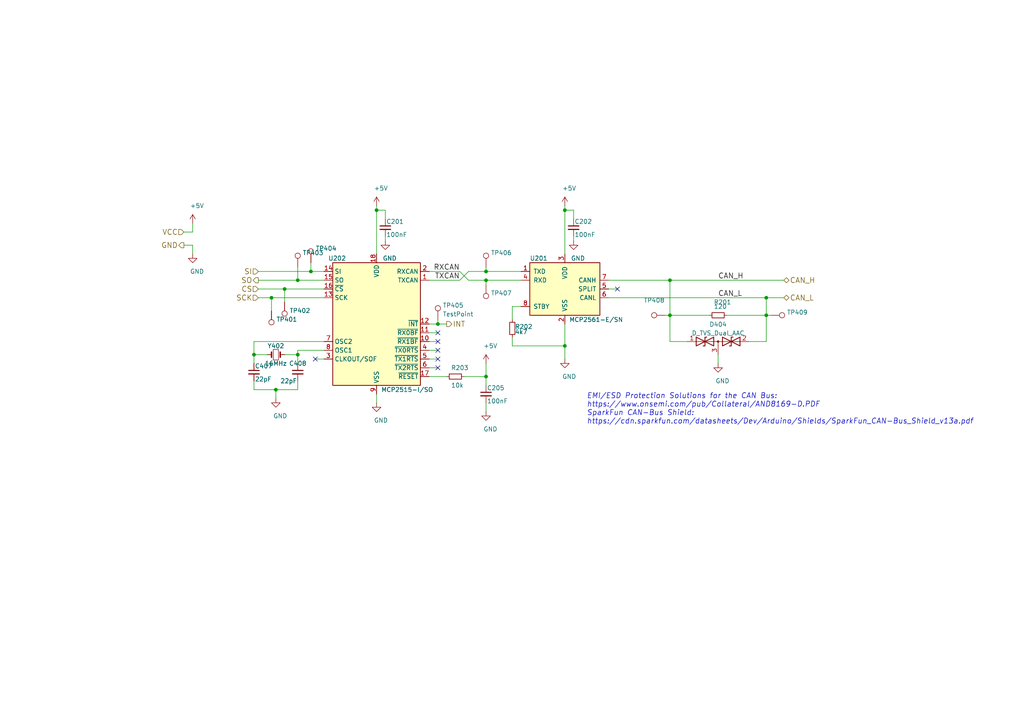
<source format=kicad_sch>
(kicad_sch (version 20211123) (generator eeschema)
  (paper "A4")
  (lib_symbols
    (symbol "Connector:TestPoint" (pin_numbers hide) (pin_names (offset 0.762) hide)
      (property "Reference" "TP" (at 0 6.858 0))
      (property "Value" "TestPoint" (at 0 5.08 0))
      (symbol "TestPoint_0_1"
        (circle (center 0 3.302) (radius 0.762))
      )
      (symbol "TestPoint_1_1"
        (pin passive line (at 0 0 90) (length 2.54) (name "1") (number "1"))
      )
    )
    (symbol "Device:C_Small" (pin_numbers hide) (pin_names (offset 0.254) hide)
      (property "Reference" "C" (at 0.254 1.778 0))
      (property "Value" "C_Small" (at 0.254 -2.032 0))
      (symbol "C_Small_0_1"
        (polyline (pts (xy -1.524 -0.508) (xy 1.524 -0.508)) (stroke (width 0.3302)))
        (polyline (pts (xy -1.524 0.508) (xy 1.524 0.508)) (stroke (width 0.3048)))
      )
      (symbol "C_Small_1_1"
        (pin passive line (at 0 2.54 270) (length 2.032) (name "~") (number "1"))
        (pin passive line (at 0 -2.54 90) (length 2.032) (name "~") (number "2"))
      )
    )
    (symbol "Device:Crystal_Small" (pin_numbers hide) (pin_names (offset 1.016) hide)
      (property "Reference" "Y" (at 0 2.54 0))
      (property "Value" "Crystal_Small" (at 0 -2.54 0))
      (symbol "Crystal_Small_0_1"
        (rectangle (start -0.762 -1.524) (end 0.762 1.524))
        (polyline (pts (xy -1.27 -0.762) (xy -1.27 0.762)) (stroke (width 0.381)))
        (polyline (pts (xy 1.27 -0.762) (xy 1.27 0.762)) (stroke (width 0.381)))
      )
      (symbol "Crystal_Small_1_1"
        (pin passive line (at -2.54 0 0) (length 1.27) (name "1") (number "1"))
        (pin passive line (at 2.54 0 180) (length 1.27) (name "2") (number "2"))
      )
    )
    (symbol "Device:D_TVS_Dual_AAC" (pin_names (offset 1.016) hide)
      (property "Reference" "D" (at 0 4.445 0))
      (property "Value" "D_TVS_Dual_AAC" (at 0 2.54 0))
      (symbol "D_TVS_Dual_AAC_0_0"
        (polyline (pts (xy 0 -1.27) (xy 0 0)))
      )
      (symbol "D_TVS_Dual_AAC_0_1"
        (polyline (pts (xy -6.35 0) (xy 6.35 0)))
        (polyline (pts (xy -3.302 1.27) (xy -3.81 1.27) (xy -3.81 -1.27) (xy -4.318 -1.27)) (stroke (width 0.254)))
        (polyline (pts (xy 4.318 1.27) (xy 3.81 1.27) (xy 3.81 -1.27) (xy 3.302 -1.27)) (stroke (width 0.254)))
        (polyline (pts (xy -6.35 1.27) (xy -1.27 -1.27) (xy -1.27 1.27) (xy -6.35 -1.27) (xy -6.35 1.27)) (stroke (width 0.254)))
        (polyline (pts (xy 6.35 1.27) (xy 1.27 -1.27) (xy 1.27 1.27) (xy 6.35 -1.27) (xy 6.35 1.27)) (stroke (width 0.254)))
        (circle (center 0 0) (radius 0.254) (fill (type outline)))
      )
      (symbol "D_TVS_Dual_AAC_1_1"
        (pin passive line (at -8.89 0 0) (length 2.54) (name "A1") (number "1"))
        (pin passive line (at 8.89 0 180) (length 2.54) (name "A2") (number "2"))
        (pin input line (at 0 -3.81 90) (length 2.54) (name "common") (number "3"))
      )
    )
    (symbol "Device:R_Small" (pin_numbers hide) (pin_names (offset 0.254) hide)
      (property "Reference" "R" (at 0.762 0.508 0))
      (property "Value" "R_Small" (at 0.762 -1.016 0))
      (symbol "R_Small_0_1"
        (rectangle (start -0.762 1.778) (end 0.762 -1.778) (stroke (width 0.2032)))
      )
      (symbol "R_Small_1_1"
        (pin passive line (at 0 2.54 270) (length 0.762) (name "~") (number "1"))
        (pin passive line (at 0 -2.54 90) (length 0.762) (name "~") (number "2"))
      )
    )
    (symbol "Interface_CAN_LIN:MCP2561-E-SN" (pin_names (offset 1.016))
      (property "Reference" "U" (at -10.16 8.89 0))
      (property "Value" "MCP2561-E-SN" (at 2.54 8.89 0))
      (symbol "MCP2561-E-SN_0_1"
        (rectangle (start -10.16 7.62) (end 10.16 -7.62) (stroke (width 0.254)) (fill (type background)))
      )
      (symbol "MCP2561-E-SN_1_1"
        (pin input line (at -12.7 5.08 0) (length 2.54) (name "TXD") (number "1"))
        (pin power_in line (at 0 -10.16 90) (length 2.54) (name "VSS") (number "2"))
        (pin power_in line (at 0 10.16 270) (length 2.54) (name "VDD") (number "3"))
        (pin output line (at -12.7 2.54 0) (length 2.54) (name "RXD") (number "4"))
        (pin passive line (at 12.7 0 180) (length 2.54) (name "SPLIT") (number "5"))
        (pin bidirectional line (at 12.7 -2.54 180) (length 2.54) (name "CANL") (number "6"))
        (pin bidirectional line (at 12.7 2.54 180) (length 2.54) (name "CANH") (number "7"))
        (pin input line (at -12.7 -5.08 0) (length 2.54) (name "STBY") (number "8"))
      )
    )
    (symbol "basicsensormodule-rescue:MCP2515-xSO-Interface_CAN_LIN"
      (property "Reference" "U" (at -10.16 19.685 0))
      (property "Value" "MCP2515-xSO-Interface_CAN_LIN" (at 19.05 20.32 0))
      (symbol "MCP2515-xSO-Interface_CAN_LIN_0_1"
        (rectangle (start -12.7 17.78) (end 12.7 -17.78) (stroke (width 0.254)) (fill (type background)))
      )
      (symbol "MCP2515-xSO-Interface_CAN_LIN_1_1"
        (pin output line (at 15.24 12.7 180) (length 2.54) (name "TXCAN") (number "1"))
        (pin output line (at 15.24 -5.08 180) (length 2.54) (name "~{RX1BF}") (number "10"))
        (pin output line (at 15.24 -2.54 180) (length 2.54) (name "~{RX0BF}") (number "11"))
        (pin output line (at 15.24 0 180) (length 2.54) (name "~{INT}") (number "12"))
        (pin input line (at -15.24 7.62 0) (length 2.54) (name "SCK") (number "13"))
        (pin input line (at -15.24 15.24 0) (length 2.54) (name "SI") (number "14"))
        (pin output line (at -15.24 12.7 0) (length 2.54) (name "SO") (number "15"))
        (pin input line (at -15.24 10.16 0) (length 2.54) (name "~{CS}") (number "16"))
        (pin input line (at 15.24 -15.24 180) (length 2.54) (name "~{RESET}") (number "17"))
        (pin power_in line (at 0 20.32 270) (length 2.54) (name "VDD") (number "18"))
        (pin input line (at 15.24 15.24 180) (length 2.54) (name "RXCAN") (number "2"))
        (pin output line (at -15.24 -10.16 0) (length 2.54) (name "CLKOUT/SOF") (number "3"))
        (pin input line (at 15.24 -7.62 180) (length 2.54) (name "~{TX0RTS}") (number "4"))
        (pin input line (at 15.24 -10.16 180) (length 2.54) (name "~{TX1RTS}") (number "5"))
        (pin input line (at 15.24 -12.7 180) (length 2.54) (name "~{TX2RTS}") (number "6"))
        (pin output line (at -15.24 -5.08 0) (length 2.54) (name "OSC2") (number "7"))
        (pin input line (at -15.24 -7.62 0) (length 2.54) (name "OSC1") (number "8"))
        (pin power_in line (at 0 -20.32 90) (length 2.54) (name "VSS") (number "9"))
      )
    )
    (symbol "power:+5V" (power) (pin_names (offset 0))
      (property "Value" "+5V" (at 0 3.556 0))
      (symbol "+5V_0_1"
        (polyline (pts (xy -0.762 1.27) (xy 0 2.54)))
        (polyline (pts (xy 0 0) (xy 0 2.54)))
        (polyline (pts (xy 0 2.54) (xy 0.762 1.27)))
      )
      (symbol "+5V_1_1"
        (pin power_in line (at 0 0 90) (length 0) hide (name "+5V") (number "1"))
      )
    )
    (symbol "power:GND" (power) (pin_names (offset 0))
      (property "Value" "GND" (at 0 -3.81 0))
      (symbol "GND_0_1"
        (polyline (pts (xy 0 0) (xy 0 -1.27) (xy 1.27 -1.27) (xy 0 -2.54) (xy -1.27 -1.27) (xy 0 -1.27)))
      )
      (symbol "GND_1_1"
        (pin power_in line (at 0 0 270) (length 0) hide (name "GND") (number "1"))
      )
    )
  )
  (junction (at 127 93.98))
  (junction (at 86.36 81.28))
  (junction (at 86.36 102.87))
  (junction (at 82.55 83.82))
  (junction (at 194.31 91.44))
  (junction (at 140.97 109.22))
  (junction (at 163.83 100.33))
  (junction (at 140.97 81.28))
  (junction (at 109.22 60.96))
  (junction (at 222.25 91.44))
  (junction (at 78.74 86.36))
  (junction (at 140.97 78.74))
  (junction (at 163.83 60.96))
  (junction (at 222.25 86.36))
  (junction (at 73.66 102.87))
  (junction (at 90.17 78.74))
  (junction (at 80.01 113.03))
  (junction (at 194.31 81.28))
  (no_connect (at 127 104.14))
  (no_connect (at 127 99.06))
  (no_connect (at 127 96.52))
  (no_connect (at 179.07 83.82))
  (no_connect (at 127 101.6))
  (no_connect (at 91.44 104.14))
  (no_connect (at 127 106.68))
  (wire (pts (xy 135.89 81.28) (xy 140.97 81.28)))
  (wire (pts (xy 133.35 78.74) (xy 135.89 81.28)))
  (wire (pts (xy 163.83 93.98) (xy 163.83 100.33)))
  (wire (pts (xy 133.35 81.28) (xy 135.89 78.74)))
  (wire (pts (xy 86.36 81.28) (xy 86.36 77.47)))
  (wire (pts (xy 74.93 78.74) (xy 90.17 78.74)))
  (wire (pts (xy 111.76 68.58) (xy 111.76 69.85)))
  (wire (pts (xy 217.17 99.06) (xy 222.25 99.06)))
  (wire (pts (xy 194.31 91.44) (xy 205.74 91.44)))
  (wire (pts (xy 140.97 105.41) (xy 140.97 109.22)))
  (wire (pts (xy 90.17 78.74) (xy 93.98 78.74)))
  (wire (pts (xy 222.25 86.36) (xy 227.33 86.36)))
  (wire (pts (xy 124.46 109.22) (xy 129.54 109.22)))
  (wire (pts (xy 111.76 63.5) (xy 111.76 60.96)))
  (wire (pts (xy 208.28 102.87) (xy 208.28 105.41)))
  (wire (pts (xy 127 104.14) (xy 124.46 104.14)))
  (wire (pts (xy 86.36 101.6) (xy 86.36 102.87)))
  (wire (pts (xy 176.53 86.36) (xy 222.25 86.36)))
  (wire (pts (xy 82.55 87.63) (xy 82.55 83.82)))
  (wire (pts (xy 55.88 71.12) (xy 55.88 73.66)))
  (wire (pts (xy 222.25 91.44) (xy 223.52 91.44)))
  (wire (pts (xy 78.74 86.36) (xy 93.98 86.36)))
  (wire (pts (xy 82.55 83.82) (xy 93.98 83.82)))
  (wire (pts (xy 140.97 78.74) (xy 151.13 78.74)))
  (wire (pts (xy 163.83 60.96) (xy 163.83 73.66)))
  (wire (pts (xy 73.66 99.06) (xy 73.66 102.87)))
  (wire (pts (xy 73.66 113.03) (xy 80.01 113.03)))
  (wire (pts (xy 140.97 109.22) (xy 140.97 111.76)))
  (wire (pts (xy 127 106.68) (xy 124.46 106.68)))
  (wire (pts (xy 127 101.6) (xy 124.46 101.6)))
  (wire (pts (xy 55.88 64.77) (xy 55.88 67.31)))
  (wire (pts (xy 73.66 102.87) (xy 73.66 105.41)))
  (wire (pts (xy 140.97 116.84) (xy 140.97 119.38)))
  (wire (pts (xy 109.22 59.69) (xy 109.22 60.96)))
  (wire (pts (xy 194.31 99.06) (xy 194.31 91.44)))
  (wire (pts (xy 86.36 81.28) (xy 93.98 81.28)))
  (wire (pts (xy 163.83 100.33) (xy 163.83 104.14)))
  (wire (pts (xy 74.93 83.82) (xy 82.55 83.82)))
  (wire (pts (xy 166.37 68.58) (xy 166.37 69.85)))
  (wire (pts (xy 124.46 81.28) (xy 133.35 81.28)))
  (wire (pts (xy 194.31 81.28) (xy 194.31 91.44)))
  (wire (pts (xy 222.25 99.06) (xy 222.25 91.44)))
  (wire (pts (xy 140.97 81.28) (xy 151.13 81.28)))
  (wire (pts (xy 73.66 113.03) (xy 73.66 110.49)))
  (wire (pts (xy 148.59 97.79) (xy 148.59 100.33)))
  (wire (pts (xy 148.59 100.33) (xy 163.83 100.33)))
  (wire (pts (xy 166.37 63.5) (xy 166.37 60.96)))
  (wire (pts (xy 86.36 113.03) (xy 86.36 110.49)))
  (wire (pts (xy 140.97 109.22) (xy 134.62 109.22)))
  (wire (pts (xy 77.47 102.87) (xy 73.66 102.87)))
  (wire (pts (xy 179.07 83.82) (xy 176.53 83.82)))
  (wire (pts (xy 55.88 67.31) (xy 53.34 67.31)))
  (wire (pts (xy 222.25 86.36) (xy 222.25 91.44)))
  (wire (pts (xy 74.93 81.28) (xy 86.36 81.28)))
  (wire (pts (xy 90.17 76.2) (xy 90.17 78.74)))
  (wire (pts (xy 124.46 78.74) (xy 133.35 78.74)))
  (wire (pts (xy 193.04 91.44) (xy 194.31 91.44)))
  (wire (pts (xy 74.93 86.36) (xy 78.74 86.36)))
  (wire (pts (xy 135.89 78.74) (xy 140.97 78.74)))
  (wire (pts (xy 86.36 102.87) (xy 86.36 105.41)))
  (wire (pts (xy 148.59 92.71) (xy 148.59 88.9)))
  (wire (pts (xy 78.74 90.17) (xy 78.74 86.36)))
  (wire (pts (xy 124.46 93.98) (xy 127 93.98)))
  (wire (pts (xy 199.39 99.06) (xy 194.31 99.06)))
  (wire (pts (xy 210.82 91.44) (xy 222.25 91.44)))
  (wire (pts (xy 194.31 81.28) (xy 227.33 81.28)))
  (wire (pts (xy 109.22 116.84) (xy 109.22 114.3)))
  (wire (pts (xy 80.01 113.03) (xy 86.36 113.03)))
  (wire (pts (xy 140.97 82.55) (xy 140.97 81.28)))
  (wire (pts (xy 163.83 59.69) (xy 163.83 60.96)))
  (wire (pts (xy 176.53 81.28) (xy 194.31 81.28)))
  (wire (pts (xy 148.59 88.9) (xy 151.13 88.9)))
  (wire (pts (xy 73.66 99.06) (xy 93.98 99.06)))
  (wire (pts (xy 109.22 60.96) (xy 109.22 73.66)))
  (wire (pts (xy 140.97 77.47) (xy 140.97 78.74)))
  (wire (pts (xy 127 99.06) (xy 124.46 99.06)))
  (wire (pts (xy 127 93.98) (xy 129.54 93.98)))
  (wire (pts (xy 163.83 60.96) (xy 166.37 60.96)))
  (wire (pts (xy 86.36 101.6) (xy 93.98 101.6)))
  (wire (pts (xy 127 96.52) (xy 124.46 96.52)))
  (wire (pts (xy 53.34 71.12) (xy 55.88 71.12)))
  (wire (pts (xy 86.36 102.87) (xy 82.55 102.87)))
  (wire (pts (xy 109.22 60.96) (xy 111.76 60.96)))
  (wire (pts (xy 91.44 104.14) (xy 93.98 104.14)))
  (wire (pts (xy 127 92.71) (xy 127 93.98)))
  (wire (pts (xy 80.01 115.57) (xy 80.01 113.03)))
  (text "EMI/ESD Protection Solutions for the CAN Bus: \nhttps://www.onsemi.com/pub/Collateral/AND8169-D.PDF\nSparkFun CAN-Bus Shield:\nhttps://cdn.sparkfun.com/datasheets/Dev/Arduino/Shields/SparkFun_CAN-Bus_Shield_v13a.pdf" (at 170.18 123.19 0) (effects (font (size 1.524 1.524) italic) (justify left bottom)))
  (label "TXCAN" (at 133.35 81.28 180) (effects (font (size 1.524 1.524))))
  (label "CAN_L" (at 208.28 86.36 0) (effects (font (size 1.524 1.524))))
  (label "CAN_H" (at 208.28 81.28 0) (effects (font (size 1.524 1.524))))
  (label "RXCAN" (at 133.35 78.74 180) (effects (font (size 1.524 1.524))))
  (hierarchical_label "CAN_H" (shape bidirectional) (at 227.33 81.28 0) (effects (font (size 1.524 1.524))))
  (hierarchical_label "VCC" (shape input) (at 53.34 67.31 180) (effects (font (size 1.524 1.524))))
  (hierarchical_label "SCK" (shape input) (at 74.93 86.36 180) (effects (font (size 1.524 1.524))))
  (hierarchical_label "INT" (shape output) (at 129.54 93.98 0) (effects (font (size 1.524 1.524))))
  (hierarchical_label "SO" (shape output) (at 74.93 81.28 180) (effects (font (size 1.524 1.524))))
  (hierarchical_label "SI" (shape input) (at 74.93 78.74 180) (effects (font (size 1.524 1.524))))
  (hierarchical_label "CAN_L" (shape bidirectional) (at 227.33 86.36 0) (effects (font (size 1.524 1.524))))
  (hierarchical_label "CS" (shape input) (at 74.93 83.82 180) (effects (font (size 1.524 1.524))))
  (hierarchical_label "GND" (shape output) (at 53.34 71.12 180) (effects (font (size 1.524 1.524))))
  (symbol (lib_id "Interface_CAN_LIN:MCP2561-E-SN") (at 163.83 83.82 0) (unit 1)
    (property "Reference" "U201" (at 153.67 74.93 0) (effects (justify left)))
    (property "Value" "MCP2561-E/SN" (at 165.1 92.71 0) (effects (justify left)))
    (property "Footprint" "Package_SO:SO-8_3.9x4.9mm_P1.27mm" (effects hide))
  )
  (symbol (lib_id "Device:R_Small") (at 132.08 109.22 270) (unit 1)
    (property "Reference" "R203" (at 130.81 106.68 90) (effects (justify left)))
    (property "Value" "10k" (at 130.81 111.76 90) (effects (justify left)))
    (property "Footprint" "Resistor_SMD:R_0805_2012Metric_Pad1.20x1.40mm_HandSolder" (effects hide))
  )
  (symbol (lib_id "Device:R_Small") (at 148.59 95.25 0) (unit 1)
    (property "Reference" "R202" (at 149.352 94.742 0) (effects (justify left)))
    (property "Value" "4k7" (at 149.352 96.266 0) (effects (justify left)))
    (property "Footprint" "Resistor_SMD:R_0805_2012Metric_Pad1.20x1.40mm_HandSolder" (effects hide))
  )
  (symbol (lib_id "Device:R_Small") (at 208.28 91.44 270) (unit 1)
    (property "Reference" "R201" (at 207.01 87.63 90) (effects (justify left)))
    (property "Value" "120" (at 207.01 88.9 90) (effects (justify left)))
    (property "Footprint" "Resistor_SMD:R_0805_2012Metric_Pad1.20x1.40mm_HandSolder" (effects hide))
  )
  (symbol (lib_id "Device:C_Small") (at 111.76 66.04 0) (unit 1)
    (property "Reference" "C201" (at 112.014 64.262 0) (effects (justify left)))
    (property "Value" "100nF" (at 112.014 68.072 0) (effects (justify left)))
    (property "Footprint" "Capacitor_SMD:C_0805_2012Metric_Pad1.18x1.45mm_HandSolder" (effects hide))
  )
  (symbol (lib_id "basicsensormodule-rescue:MCP2515-xSO-Interface_CAN_LIN") (at 109.22 93.98 0) (unit 1)
    (property "Reference" "U202" (at 97.79 74.93 0))
    (property "Value" "MCP2515-I/SO" (at 118.11 113.03 0))
    (property "Footprint" "Package_SO:SOIC-18W_7.5x11.6mm_P1.27mm" (effects hide))
    (property "Datasheet" "http://ww1.microchip.com/downloads/en/DeviceDoc/21801e.pdf" (effects hide))
  )
  (symbol (lib_id "Device:Crystal_Small") (at 80.01 102.87 0) (unit 1)
    (property "Reference" "Y402" (at 80.01 100.33 0))
    (property "Value" "16MHz" (at 80.01 105.41 0))
    (property "Footprint" "Crystal:Crystal_HC49-U_Vertical" (effects hide))
    (property "Datasheet" "http://www.farnell.com/datasheets/321153.pdf" (effects hide))
  )
  (symbol (lib_id "Device:C_Small") (at 73.66 107.95 0) (unit 1)
    (property "Reference" "C407" (at 73.914 106.172 0) (effects (justify left)))
    (property "Value" "22pF" (at 73.914 109.982 0) (effects (justify left)))
    (property "Footprint" "Capacitor_SMD:C_0805_2012Metric_Pad1.18x1.45mm_HandSolder" (effects hide))
  )
  (symbol (lib_id "Device:C_Small") (at 86.36 107.95 0) (unit 1)
    (property "Reference" "C408" (at 83.82 105.41 0) (effects (justify left)))
    (property "Value" "22pF" (at 81.28 110.49 0) (effects (justify left)))
    (property "Footprint" "Capacitor_SMD:C_0805_2012Metric_Pad1.18x1.45mm_HandSolder" (effects hide))
  )
  (symbol (lib_id "power:GND") (at 80.01 115.57 0) (unit 1)
    (property "Reference" "#PWR0411" (effects hide))
    (property "Value" "~" (at 81.28 120.65 0))
  )
  (symbol (lib_id "power:GND") (at 111.76 69.85 0) (unit 1)
    (property "Reference" "#PWR0414" (effects hide))
    (property "Value" "~" (at 113.03 74.93 0))
  )
  (symbol (lib_id "power:+5V") (at 140.97 105.41 0) (unit 1)
    (property "Reference" "#PWR0107" (effects hide))
    (property "Value" "~" (at 142.24 100.33 0))
  )
  (symbol (lib_id "power:+5V") (at 109.22 59.69 0) (unit 1)
    (property "Reference" "#PWR0201" (effects hide))
    (property "Value" "~" (at 110.49 54.61 0))
  )
  (symbol (lib_id "Device:C_Small") (at 166.37 66.04 0) (unit 1)
    (property "Reference" "C202" (at 166.624 64.262 0) (effects (justify left)))
    (property "Value" "100nF" (at 166.624 68.072 0) (effects (justify left)))
    (property "Footprint" "Capacitor_SMD:C_0805_2012Metric_Pad1.18x1.45mm_HandSolder" (effects hide))
  )
  (symbol (lib_id "power:GND") (at 166.37 69.85 0) (unit 1)
    (property "Reference" "#PWR0417" (effects hide))
    (property "Value" "~" (at 167.64 74.93 0))
  )
  (symbol (lib_id "power:+5V") (at 163.83 59.69 0) (unit 1)
    (property "Reference" "#PWR0202" (effects hide))
    (property "Value" "~" (at 165.1 54.61 0))
  )
  (symbol (lib_id "power:+5V") (at 55.88 64.77 0) (unit 1)
    (property "Reference" "#PWR0203" (effects hide))
    (property "Value" "~" (at 57.15 59.69 0))
  )
  (symbol (lib_id "power:GND") (at 55.88 73.66 0) (unit 1)
    (property "Reference" "#PWR0410" (effects hide))
    (property "Value" "~" (at 57.15 78.74 0))
  )
  (symbol (lib_id "power:GND") (at 109.22 116.84 0) (unit 1)
    (property "Reference" "#PWR0413" (effects hide))
    (property "Value" "~" (at 110.49 121.92 0))
  )
  (symbol (lib_id "power:GND") (at 163.83 104.14 0) (unit 1)
    (property "Reference" "#PWR0416" (effects hide))
    (property "Value" "~" (at 165.1 109.22 0))
  )
  (symbol (lib_id "Device:C_Small") (at 140.97 114.3 0) (unit 1)
    (property "Reference" "C205" (at 141.224 112.522 0) (effects (justify left)))
    (property "Value" "100nF" (at 141.224 116.332 0) (effects (justify left)))
    (property "Footprint" "Capacitor_SMD:C_0805_2012Metric_Pad1.18x1.45mm_HandSolder" (effects hide))
  )
  (symbol (lib_id "power:GND") (at 140.97 119.38 0) (unit 1)
    (property "Reference" "#PWR0415" (effects hide))
    (property "Value" "~" (at 142.24 124.46 0))
  )
  (symbol (lib_id "power:GND") (at 208.28 105.41 0) (unit 1)
    (property "Reference" "#PWR0418" (effects hide))
    (property "Value" "~" (at 209.55 110.49 0))
  )
  (symbol (lib_id "Connector:TestPoint") (at 127 92.71 0) (unit 1)
    (property "Reference" "TP405" (at 128.397 88.5733 0) (effects (justify left)))
    (property "Value" "TestPoint" (at 128.397 91.1102 0) (effects (justify left)))
    (property "Footprint" "TestPoint:TestPoint_Pad_2.0x2.0mm" (effects hide))
  )
  (symbol (lib_id "Device:D_TVS_Dual_AAC") (at 208.28 99.06 0) (unit 1)
    (property "Reference" "D404" (at 208.28 94.0902 0))
    (property "Value" "D_TVS_Dual_AAC" (at 208.28 96.6271 0))
    (property "Footprint" "Package_TO_SOT_SMD:SOT-23" (effects hide))
  )
  (symbol (lib_id "Connector:TestPoint") (at 193.04 91.44 90) (unit 1) (in_bom no)
    (property "Reference" "TP408" (at 189.738 87.1052 90))
  )
  (symbol (lib_id "Connector:TestPoint") (at 223.52 91.44 270) (unit 1) (in_bom no)
    (property "Reference" "TP409" (at 228.219 90.6053 90) (effects (justify left)))
  )
  (symbol (lib_id "Connector:TestPoint") (at 78.74 90.17 180) (unit 1) (in_bom no)
    (property "Reference" "TP401" (at 80.137 92.6373 0) (effects (justify right)))
  )
  (symbol (lib_id "Connector:TestPoint") (at 82.55 87.63 180) (unit 1) (in_bom no)
    (property "Reference" "TP402" (at 83.947 90.0973 0) (effects (justify right)))
  )
  (symbol (lib_id "Connector:TestPoint") (at 140.97 82.55 180) (unit 1) (in_bom no)
    (property "Reference" "TP407" (at 142.367 85.0173 0) (effects (justify right)))
  )
  (symbol (lib_id "Connector:TestPoint") (at 90.17 76.2 0) (unit 1) (in_bom no)
    (property "Reference" "TP404" (at 91.567 72.0633 0) (effects (justify left)))
  )
  (symbol (lib_id "Connector:TestPoint") (at 86.36 77.47 0) (unit 1) (in_bom no)
    (property "Reference" "TP403" (at 87.757 73.3333 0) (effects (justify left)))
  )
  (symbol (lib_id "Connector:TestPoint") (at 140.97 77.47 0) (unit 1) (in_bom no)
    (property "Reference" "TP406" (at 142.367 73.3333 0) (effects (justify left)))
  )
)
</source>
